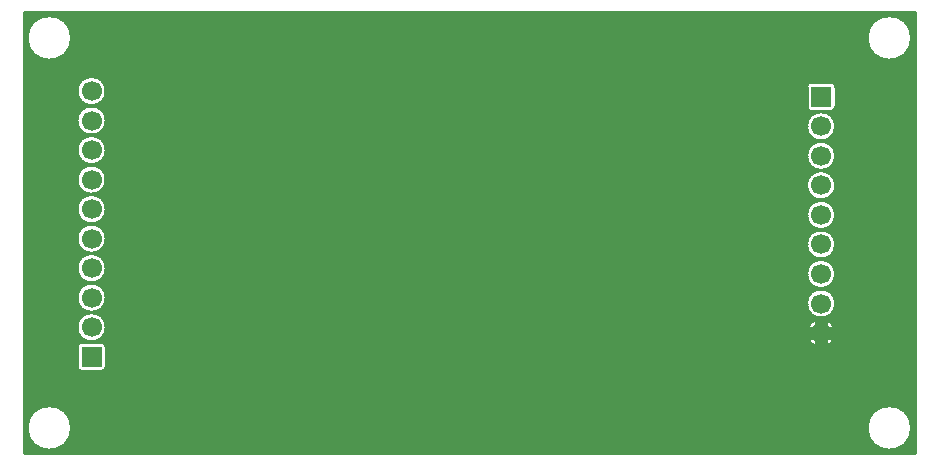
<source format=gbr>
G04 Generated by Ultiboard 14.2 *
%FSLAX24Y24*%
%MOIN*%

%ADD10C,0.0001*%
%ADD11C,0.0100*%
%ADD12C,0.0669*%
%ADD13R,0.0669X0.0669*%
%ADD14C,0.0200*%


G04 ColorRGB 0000FF for the following layer *
%LNCopper Bottom*%
%LPD*%
G54D10*
G36*
X29849Y14849D02*
X29849Y14849D01*
X151Y14849D01*
X151Y151D01*
X29849Y151D01*
X29849Y14849D01*
D02*
G37*
%LPC*%
G36*
X1923Y9298D02*
G75*
D01*
G02X1923Y9298I484J-22*
G01*
D02*
G37*
G36*
X27160Y9298D02*
G75*
D01*
G02X27160Y9298I-435J-214*
G01*
D02*
G37*
G36*
X28259Y14000D02*
G75*
D01*
G02X28259Y14000I741J0*
G01*
D02*
G37*
G36*
X28259Y1000D02*
G75*
D01*
G02X28259Y1000I741J0*
G01*
D02*
G37*
G36*
X1922Y10261D02*
G75*
D01*
G02X1922Y10261I485J0*
G01*
D02*
G37*
G36*
X1922Y11245D02*
G75*
D01*
G02X1922Y11245I485J0*
G01*
D02*
G37*
G36*
X1922Y12229D02*
G75*
D01*
G02X1922Y12229I485J0*
G01*
D02*
G37*
G36*
X259Y14000D02*
G75*
D01*
G02X259Y14000I741J0*
G01*
D02*
G37*
G36*
X16196Y10326D02*
G74*
D01*
G02X16074Y10204I196J74*
G01*
X16074Y10204D01*
X16074Y10326D01*
X16196Y10326D01*
D02*
G37*
G36*
X15926Y10204D02*
G74*
D01*
G02X15804Y10326I74J196*
G01*
X15804Y10326D01*
X15926Y10326D01*
X15926Y10204D01*
D02*
G37*
G36*
X15804Y10474D02*
G74*
D01*
G02X15926Y10596I196J74*
G01*
X15926Y10596D01*
X15926Y10474D01*
X15804Y10474D01*
D02*
G37*
G36*
X16074Y10596D02*
G74*
D01*
G02X16196Y10474I74J196*
G01*
X16196Y10474D01*
X16074Y10474D01*
X16074Y10596D01*
D02*
G37*
G36*
X15950Y10400D02*
G75*
D01*
G02X15950Y10400I50J0*
G01*
D02*
G37*
G36*
X12604Y11374D02*
G74*
D01*
G02X12726Y11496I196J74*
G01*
X12726Y11496D01*
X12726Y11374D01*
X12604Y11374D01*
D02*
G37*
G36*
X12874Y11496D02*
G74*
D01*
G02X12996Y11374I74J196*
G01*
X12996Y11374D01*
X12874Y11374D01*
X12874Y11496D01*
D02*
G37*
G36*
X12996Y11226D02*
G74*
D01*
G02X12874Y11104I196J74*
G01*
X12874Y11104D01*
X12874Y11226D01*
X12996Y11226D01*
D02*
G37*
G36*
X12726Y11104D02*
G74*
D01*
G02X12604Y11226I74J196*
G01*
X12604Y11226D01*
X12726Y11226D01*
X12726Y11104D01*
D02*
G37*
G36*
X12750Y11300D02*
G75*
D01*
G02X12750Y11300I50J0*
G01*
D02*
G37*
G36*
X20404Y9774D02*
G74*
D01*
G02X20526Y9896I196J74*
G01*
X20526Y9896D01*
X20526Y9774D01*
X20404Y9774D01*
D02*
G37*
G36*
X20526Y9504D02*
G74*
D01*
G02X20404Y9626I74J196*
G01*
X20404Y9626D01*
X20526Y9626D01*
X20526Y9504D01*
D02*
G37*
G36*
X20674Y9896D02*
G74*
D01*
G02X20796Y9774I74J196*
G01*
X20796Y9774D01*
X20674Y9774D01*
X20674Y9896D01*
D02*
G37*
G36*
X20796Y9626D02*
G74*
D01*
G02X20674Y9504I196J74*
G01*
X20674Y9504D01*
X20674Y9626D01*
X20796Y9626D01*
D02*
G37*
G36*
X20550Y9700D02*
G75*
D01*
G02X20550Y9700I50J0*
G01*
D02*
G37*
G36*
X26241Y10069D02*
G75*
D01*
G02X26241Y10069I484J0*
G01*
D02*
G37*
G36*
X26241Y11053D02*
G75*
D01*
G02X26241Y11053I484J0*
G01*
D02*
G37*
G36*
X26240Y12372D02*
G75*
D01*
G02X26391Y12522I151J0*
G01*
X26391Y12522D01*
X27060Y12522D01*
G74*
D01*
G02X27211Y12372I0J150*
G01*
X27211Y12372D01*
X27211Y11702D01*
G75*
D01*
G02X27060Y11552I-151J0*
G01*
X27060Y11552D01*
X26391Y11552D01*
G75*
D01*
G02X26240Y11702I0J150*
G01*
X26240Y11702D01*
X26240Y12372D01*
D02*
G37*
G36*
X22008Y12185D02*
G75*
D01*
G02X22008Y12185I50J0*
G01*
D02*
G37*
G36*
X21861Y12259D02*
G74*
D01*
G02X21983Y12381I197J74*
G01*
X21983Y12381D01*
X21983Y12259D01*
X21861Y12259D01*
D02*
G37*
G36*
X21983Y11988D02*
G74*
D01*
G02X21861Y12110I75J197*
G01*
X21861Y12110D01*
X21983Y12110D01*
X21983Y11988D01*
D02*
G37*
G36*
X22132Y12381D02*
G74*
D01*
G02X22254Y12259I74J196*
G01*
X22254Y12259D01*
X22132Y12259D01*
X22132Y12381D01*
D02*
G37*
G36*
X22254Y12110D02*
G74*
D01*
G02X22132Y11988I196J75*
G01*
X22132Y11988D01*
X22132Y12110D01*
X22254Y12110D01*
D02*
G37*
G36*
X259Y1000D02*
G75*
D01*
G02X259Y1000I741J0*
G01*
D02*
G37*
G36*
X2892Y3036D02*
G75*
D01*
G02X2741Y2885I-151J0*
G01*
X2741Y2885D01*
X2072Y2885D01*
G75*
D01*
G02X1921Y3036I0J151*
G01*
X1921Y3036D01*
X1921Y3706D01*
G75*
D01*
G02X2072Y3856I151J0*
G01*
X2072Y3856D01*
X2741Y3856D01*
G74*
D01*
G02X2892Y3706I0J150*
G01*
X2892Y3706D01*
X2892Y3036D01*
D02*
G37*
G36*
X1922Y4355D02*
G75*
D01*
G02X1922Y4355I485J0*
G01*
D02*
G37*
G36*
X1922Y5339D02*
G75*
D01*
G02X1922Y5339I485J0*
G01*
D02*
G37*
G36*
X1922Y6324D02*
G75*
D01*
G02X1922Y6324I485J0*
G01*
D02*
G37*
G36*
X1922Y7308D02*
G75*
D01*
G02X1922Y7308I485J0*
G01*
D02*
G37*
G36*
X1922Y8292D02*
G75*
D01*
G02X1922Y8292I485J0*
G01*
D02*
G37*
G36*
X21226Y3104D02*
G74*
D01*
G02X21104Y3226I74J196*
G01*
X21104Y3226D01*
X21226Y3226D01*
X21226Y3104D01*
D02*
G37*
G36*
X21496Y3226D02*
G74*
D01*
G02X21374Y3104I196J74*
G01*
X21374Y3104D01*
X21374Y3226D01*
X21496Y3226D01*
D02*
G37*
G36*
X21250Y3300D02*
G75*
D01*
G02X21250Y3300I50J0*
G01*
D02*
G37*
G36*
X21104Y3374D02*
G74*
D01*
G02X21226Y3496I196J74*
G01*
X21226Y3496D01*
X21226Y3374D01*
X21104Y3374D01*
D02*
G37*
G36*
X21374Y3496D02*
G74*
D01*
G02X21496Y3374I74J196*
G01*
X21496Y3374D01*
X21374Y3374D01*
X21374Y3496D01*
D02*
G37*
G36*
X26553Y3710D02*
G74*
D01*
G02X26272Y3991I172J453*
G01*
X26272Y3991D01*
X26553Y3991D01*
X26553Y3710D01*
D02*
G37*
G36*
X27178Y3991D02*
G74*
D01*
G02X26897Y3710I453J172*
G01*
X26897Y3710D01*
X26897Y3991D01*
X27178Y3991D01*
D02*
G37*
G36*
X18926Y4604D02*
G74*
D01*
G02X18804Y4726I74J196*
G01*
X18804Y4726D01*
X18926Y4726D01*
X18926Y4604D01*
D02*
G37*
G36*
X19196Y4726D02*
G74*
D01*
G02X19074Y4604I196J74*
G01*
X19074Y4604D01*
X19074Y4726D01*
X19196Y4726D01*
D02*
G37*
G36*
X26528Y4163D02*
G75*
D01*
G02X26528Y4163I197J0*
G01*
D02*
G37*
G36*
X26241Y5147D02*
G75*
D01*
G02X26241Y5147I484J0*
G01*
D02*
G37*
G36*
X26272Y4335D02*
G74*
D01*
G02X26553Y4616I453J172*
G01*
X26553Y4616D01*
X26553Y4335D01*
X26272Y4335D01*
D02*
G37*
G36*
X26897Y4616D02*
G74*
D01*
G02X27178Y4335I172J453*
G01*
X27178Y4335D01*
X26897Y4335D01*
X26897Y4616D01*
D02*
G37*
G36*
X18804Y4874D02*
G74*
D01*
G02X18926Y4996I196J74*
G01*
X18926Y4996D01*
X18926Y4874D01*
X18804Y4874D01*
D02*
G37*
G36*
X19074Y4996D02*
G74*
D01*
G02X19196Y4874I74J196*
G01*
X19196Y4874D01*
X19074Y4874D01*
X19074Y4996D01*
D02*
G37*
G36*
X18950Y4800D02*
G75*
D01*
G02X18950Y4800I50J0*
G01*
D02*
G37*
G36*
X23574Y5296D02*
G74*
D01*
G02X23696Y5174I74J196*
G01*
X23696Y5174D01*
X23574Y5174D01*
X23574Y5296D01*
D02*
G37*
G36*
X23696Y5026D02*
G74*
D01*
G02X23574Y4904I196J74*
G01*
X23574Y4904D01*
X23574Y5026D01*
X23696Y5026D01*
D02*
G37*
G36*
X23304Y5174D02*
G74*
D01*
G02X23426Y5296I196J74*
G01*
X23426Y5296D01*
X23426Y5174D01*
X23304Y5174D01*
D02*
G37*
G36*
X23426Y4904D02*
G74*
D01*
G02X23304Y5026I74J196*
G01*
X23304Y5026D01*
X23426Y5026D01*
X23426Y4904D01*
D02*
G37*
G36*
X23450Y5100D02*
G75*
D01*
G02X23450Y5100I50J0*
G01*
D02*
G37*
G36*
X26241Y6131D02*
G75*
D01*
G02X26241Y6131I484J0*
G01*
D02*
G37*
G36*
X26241Y7116D02*
G75*
D01*
G02X26241Y7116I484J0*
G01*
D02*
G37*
G36*
X22896Y7926D02*
G74*
D01*
G02X22774Y7804I196J74*
G01*
X22774Y7804D01*
X22774Y7926D01*
X22896Y7926D01*
D02*
G37*
G36*
X22626Y7804D02*
G74*
D01*
G02X22504Y7926I74J196*
G01*
X22504Y7926D01*
X22626Y7926D01*
X22626Y7804D01*
D02*
G37*
G36*
X26241Y8100D02*
G75*
D01*
G02X26241Y8100I484J0*
G01*
D02*
G37*
G36*
X22774Y8196D02*
G74*
D01*
G02X22896Y8074I74J196*
G01*
X22896Y8074D01*
X22774Y8074D01*
X22774Y8196D01*
D02*
G37*
G36*
X22504Y8074D02*
G74*
D01*
G02X22626Y8196I196J74*
G01*
X22626Y8196D01*
X22626Y8074D01*
X22504Y8074D01*
D02*
G37*
G36*
X22650Y8000D02*
G75*
D01*
G02X22650Y8000I50J0*
G01*
D02*
G37*
G36*
X16950Y6200D02*
G75*
D01*
G02X16950Y6200I50J0*
G01*
D02*
G37*
G36*
X11404Y4274D02*
G74*
D01*
G02X11526Y4396I196J74*
G01*
X11526Y4396D01*
X11526Y4274D01*
X11404Y4274D01*
D02*
G37*
G36*
X11674Y4396D02*
G74*
D01*
G02X11796Y4274I74J196*
G01*
X11796Y4274D01*
X11674Y4274D01*
X11674Y4396D01*
D02*
G37*
G36*
X11796Y4126D02*
G74*
D01*
G02X11674Y4004I196J74*
G01*
X11674Y4004D01*
X11674Y4126D01*
X11796Y4126D01*
D02*
G37*
G36*
X11526Y4004D02*
G74*
D01*
G02X11404Y4126I74J196*
G01*
X11404Y4126D01*
X11526Y4126D01*
X11526Y4004D01*
D02*
G37*
G36*
X11550Y4200D02*
G75*
D01*
G02X11550Y4200I50J0*
G01*
D02*
G37*
G36*
X15004Y6274D02*
G74*
D01*
G02X15126Y6396I196J74*
G01*
X15126Y6396D01*
X15126Y6274D01*
X15004Y6274D01*
D02*
G37*
G36*
X15274Y6396D02*
G74*
D01*
G02X15396Y6274I74J196*
G01*
X15396Y6274D01*
X15274Y6274D01*
X15274Y6396D01*
D02*
G37*
G36*
X15396Y6126D02*
G74*
D01*
G02X15274Y6004I196J74*
G01*
X15274Y6004D01*
X15274Y6126D01*
X15396Y6126D01*
D02*
G37*
G36*
X15126Y6004D02*
G74*
D01*
G02X15004Y6126I74J196*
G01*
X15004Y6126D01*
X15126Y6126D01*
X15126Y6004D01*
D02*
G37*
G36*
X15150Y6200D02*
G75*
D01*
G02X15150Y6200I50J0*
G01*
D02*
G37*
G36*
X16804Y6274D02*
G74*
D01*
G02X16926Y6396I196J74*
G01*
X16926Y6396D01*
X16926Y6274D01*
X16804Y6274D01*
D02*
G37*
G36*
X17074Y6396D02*
G74*
D01*
G02X17196Y6274I74J196*
G01*
X17196Y6274D01*
X17074Y6274D01*
X17074Y6396D01*
D02*
G37*
G36*
X17196Y6126D02*
G74*
D01*
G02X17074Y6004I196J74*
G01*
X17074Y6004D01*
X17074Y6126D01*
X17196Y6126D01*
D02*
G37*
G36*
X16926Y6004D02*
G74*
D01*
G02X16804Y6126I74J196*
G01*
X16804Y6126D01*
X16926Y6126D01*
X16926Y6004D01*
D02*
G37*
%LPD*%
G54D11*
X1923Y9298D02*
G75*
D01*
G02X1923Y9298I484J-22*
G01*
X27160Y9298D02*
G75*
D01*
G02X27160Y9298I-435J-214*
G01*
X28259Y14000D02*
G75*
D01*
G02X28259Y14000I741J0*
G01*
X28259Y1000D02*
G75*
D01*
G02X28259Y1000I741J0*
G01*
X1922Y10261D02*
G75*
D01*
G02X1922Y10261I485J0*
G01*
X1922Y11245D02*
G75*
D01*
G02X1922Y11245I485J0*
G01*
X1922Y12229D02*
G75*
D01*
G02X1922Y12229I485J0*
G01*
X259Y14000D02*
G75*
D01*
G02X259Y14000I741J0*
G01*
X16196Y10326D02*
G74*
D01*
G02X16074Y10204I196J74*
G01*
X16074Y10326D01*
X16196Y10326D01*
X15926Y10204D02*
G74*
D01*
G02X15804Y10326I74J196*
G01*
X15926Y10326D01*
X15926Y10204D01*
X15804Y10474D02*
G74*
D01*
G02X15926Y10596I196J74*
G01*
X15926Y10474D01*
X15804Y10474D01*
X16074Y10596D02*
G74*
D01*
G02X16196Y10474I74J196*
G01*
X16074Y10474D01*
X16074Y10596D01*
X15950Y10400D02*
G75*
D01*
G02X15950Y10400I50J0*
G01*
X12604Y11374D02*
G74*
D01*
G02X12726Y11496I196J74*
G01*
X12726Y11374D01*
X12604Y11374D01*
X12874Y11496D02*
G74*
D01*
G02X12996Y11374I74J196*
G01*
X12874Y11374D01*
X12874Y11496D01*
X12996Y11226D02*
G74*
D01*
G02X12874Y11104I196J74*
G01*
X12874Y11226D01*
X12996Y11226D01*
X12726Y11104D02*
G74*
D01*
G02X12604Y11226I74J196*
G01*
X12726Y11226D01*
X12726Y11104D01*
X12750Y11300D02*
G75*
D01*
G02X12750Y11300I50J0*
G01*
X20404Y9774D02*
G74*
D01*
G02X20526Y9896I196J74*
G01*
X20526Y9774D01*
X20404Y9774D01*
X20526Y9504D02*
G74*
D01*
G02X20404Y9626I74J196*
G01*
X20526Y9626D01*
X20526Y9504D01*
X20674Y9896D02*
G74*
D01*
G02X20796Y9774I74J196*
G01*
X20674Y9774D01*
X20674Y9896D01*
X20796Y9626D02*
G74*
D01*
G02X20674Y9504I196J74*
G01*
X20674Y9626D01*
X20796Y9626D01*
X20550Y9700D02*
G75*
D01*
G02X20550Y9700I50J0*
G01*
X26241Y10069D02*
G75*
D01*
G02X26241Y10069I484J0*
G01*
X26241Y11053D02*
G75*
D01*
G02X26241Y11053I484J0*
G01*
X26240Y12372D02*
G75*
D01*
G02X26391Y12522I151J0*
G01*
X27060Y12522D01*
G74*
D01*
G02X27211Y12372I0J150*
G01*
X27211Y11702D01*
G75*
D01*
G02X27060Y11552I-151J0*
G01*
X26391Y11552D01*
G75*
D01*
G02X26240Y11702I0J150*
G01*
X26240Y12372D01*
X22008Y12185D02*
G75*
D01*
G02X22008Y12185I50J0*
G01*
X21861Y12259D02*
G74*
D01*
G02X21983Y12381I197J74*
G01*
X21983Y12259D01*
X21861Y12259D01*
X21983Y11988D02*
G74*
D01*
G02X21861Y12110I75J197*
G01*
X21983Y12110D01*
X21983Y11988D01*
X22132Y12381D02*
G74*
D01*
G02X22254Y12259I74J196*
G01*
X22132Y12259D01*
X22132Y12381D01*
X22254Y12110D02*
G74*
D01*
G02X22132Y11988I196J75*
G01*
X22132Y12110D01*
X22254Y12110D01*
X259Y1000D02*
G75*
D01*
G02X259Y1000I741J0*
G01*
X2892Y3036D02*
G75*
D01*
G02X2741Y2885I-151J0*
G01*
X2072Y2885D01*
G75*
D01*
G02X1921Y3036I0J151*
G01*
X1921Y3706D01*
G75*
D01*
G02X2072Y3856I151J0*
G01*
X2741Y3856D01*
G74*
D01*
G02X2892Y3706I0J150*
G01*
X2892Y3036D01*
X1922Y4355D02*
G75*
D01*
G02X1922Y4355I485J0*
G01*
X1922Y5339D02*
G75*
D01*
G02X1922Y5339I485J0*
G01*
X1922Y6324D02*
G75*
D01*
G02X1922Y6324I485J0*
G01*
X1922Y7308D02*
G75*
D01*
G02X1922Y7308I485J0*
G01*
X1922Y8292D02*
G75*
D01*
G02X1922Y8292I485J0*
G01*
X21226Y3104D02*
G74*
D01*
G02X21104Y3226I74J196*
G01*
X21226Y3226D01*
X21226Y3104D01*
X21496Y3226D02*
G74*
D01*
G02X21374Y3104I196J74*
G01*
X21374Y3226D01*
X21496Y3226D01*
X21250Y3300D02*
G75*
D01*
G02X21250Y3300I50J0*
G01*
X21104Y3374D02*
G74*
D01*
G02X21226Y3496I196J74*
G01*
X21226Y3374D01*
X21104Y3374D01*
X21374Y3496D02*
G74*
D01*
G02X21496Y3374I74J196*
G01*
X21374Y3374D01*
X21374Y3496D01*
X26553Y3710D02*
G74*
D01*
G02X26272Y3991I172J453*
G01*
X26553Y3991D01*
X26553Y3710D01*
X27178Y3991D02*
G74*
D01*
G02X26897Y3710I453J172*
G01*
X26897Y3991D01*
X27178Y3991D01*
X18926Y4604D02*
G74*
D01*
G02X18804Y4726I74J196*
G01*
X18926Y4726D01*
X18926Y4604D01*
X19196Y4726D02*
G74*
D01*
G02X19074Y4604I196J74*
G01*
X19074Y4726D01*
X19196Y4726D01*
X26528Y4163D02*
G75*
D01*
G02X26528Y4163I197J0*
G01*
X26241Y5147D02*
G75*
D01*
G02X26241Y5147I484J0*
G01*
X26272Y4335D02*
G74*
D01*
G02X26553Y4616I453J172*
G01*
X26553Y4335D01*
X26272Y4335D01*
X26897Y4616D02*
G74*
D01*
G02X27178Y4335I172J453*
G01*
X26897Y4335D01*
X26897Y4616D01*
X18804Y4874D02*
G74*
D01*
G02X18926Y4996I196J74*
G01*
X18926Y4874D01*
X18804Y4874D01*
X19074Y4996D02*
G74*
D01*
G02X19196Y4874I74J196*
G01*
X19074Y4874D01*
X19074Y4996D01*
X18950Y4800D02*
G75*
D01*
G02X18950Y4800I50J0*
G01*
X23574Y5296D02*
G74*
D01*
G02X23696Y5174I74J196*
G01*
X23574Y5174D01*
X23574Y5296D01*
X23696Y5026D02*
G74*
D01*
G02X23574Y4904I196J74*
G01*
X23574Y5026D01*
X23696Y5026D01*
X23304Y5174D02*
G74*
D01*
G02X23426Y5296I196J74*
G01*
X23426Y5174D01*
X23304Y5174D01*
X23426Y4904D02*
G74*
D01*
G02X23304Y5026I74J196*
G01*
X23426Y5026D01*
X23426Y4904D01*
X23450Y5100D02*
G75*
D01*
G02X23450Y5100I50J0*
G01*
X26241Y6131D02*
G75*
D01*
G02X26241Y6131I484J0*
G01*
X26241Y7116D02*
G75*
D01*
G02X26241Y7116I484J0*
G01*
X22896Y7926D02*
G74*
D01*
G02X22774Y7804I196J74*
G01*
X22774Y7926D01*
X22896Y7926D01*
X22626Y7804D02*
G74*
D01*
G02X22504Y7926I74J196*
G01*
X22626Y7926D01*
X22626Y7804D01*
X26241Y8100D02*
G75*
D01*
G02X26241Y8100I484J0*
G01*
X22774Y8196D02*
G74*
D01*
G02X22896Y8074I74J196*
G01*
X22774Y8074D01*
X22774Y8196D01*
X22504Y8074D02*
G74*
D01*
G02X22626Y8196I196J74*
G01*
X22626Y8074D01*
X22504Y8074D01*
X22650Y8000D02*
G75*
D01*
G02X22650Y8000I50J0*
G01*
X16950Y6200D02*
G75*
D01*
G02X16950Y6200I50J0*
G01*
X11404Y4274D02*
G74*
D01*
G02X11526Y4396I196J74*
G01*
X11526Y4274D01*
X11404Y4274D01*
X11674Y4396D02*
G74*
D01*
G02X11796Y4274I74J196*
G01*
X11674Y4274D01*
X11674Y4396D01*
X11796Y4126D02*
G74*
D01*
G02X11674Y4004I196J74*
G01*
X11674Y4126D01*
X11796Y4126D01*
X11526Y4004D02*
G74*
D01*
G02X11404Y4126I74J196*
G01*
X11526Y4126D01*
X11526Y4004D01*
X11550Y4200D02*
G75*
D01*
G02X11550Y4200I50J0*
G01*
X15004Y6274D02*
G74*
D01*
G02X15126Y6396I196J74*
G01*
X15126Y6274D01*
X15004Y6274D01*
X15274Y6396D02*
G74*
D01*
G02X15396Y6274I74J196*
G01*
X15274Y6274D01*
X15274Y6396D01*
X15396Y6126D02*
G74*
D01*
G02X15274Y6004I196J74*
G01*
X15274Y6126D01*
X15396Y6126D01*
X15126Y6004D02*
G74*
D01*
G02X15004Y6126I74J196*
G01*
X15126Y6126D01*
X15126Y6004D01*
X15150Y6200D02*
G75*
D01*
G02X15150Y6200I50J0*
G01*
X16804Y6274D02*
G74*
D01*
G02X16926Y6396I196J74*
G01*
X16926Y6274D01*
X16804Y6274D01*
X17074Y6396D02*
G74*
D01*
G02X17196Y6274I74J196*
G01*
X17074Y6274D01*
X17074Y6396D01*
X17196Y6126D02*
G74*
D01*
G02X17074Y6004I196J74*
G01*
X17074Y6126D01*
X17196Y6126D01*
X16926Y6004D02*
G74*
D01*
G02X16804Y6126I74J196*
G01*
X16926Y6126D01*
X16926Y6004D01*
X29849Y14849D02*
X151Y14849D01*
X151Y151D01*
X29849Y151D01*
X29849Y14849D01*
G54D12*
X2407Y4355D03*
X2407Y5339D03*
X2407Y6324D03*
X2407Y7308D03*
X2407Y8292D03*
X2407Y9276D03*
X2407Y10261D03*
X2407Y11245D03*
X2407Y12229D03*
X26725Y11053D03*
X26725Y10069D03*
X26725Y9084D03*
X26725Y8100D03*
X26725Y7116D03*
X26725Y6131D03*
X26725Y5147D03*
X26725Y4163D03*
G54D13*
X2407Y3371D03*
X26725Y12037D03*
G54D14*
X20600Y9700D03*
X23500Y5100D03*
X11600Y4200D03*
X22700Y8000D03*
X17000Y6200D03*
X16000Y10400D03*
X15200Y6200D03*
X22058Y12185D03*
X21300Y3300D03*
X19000Y4800D03*
X12800Y11300D03*

M02*

</source>
